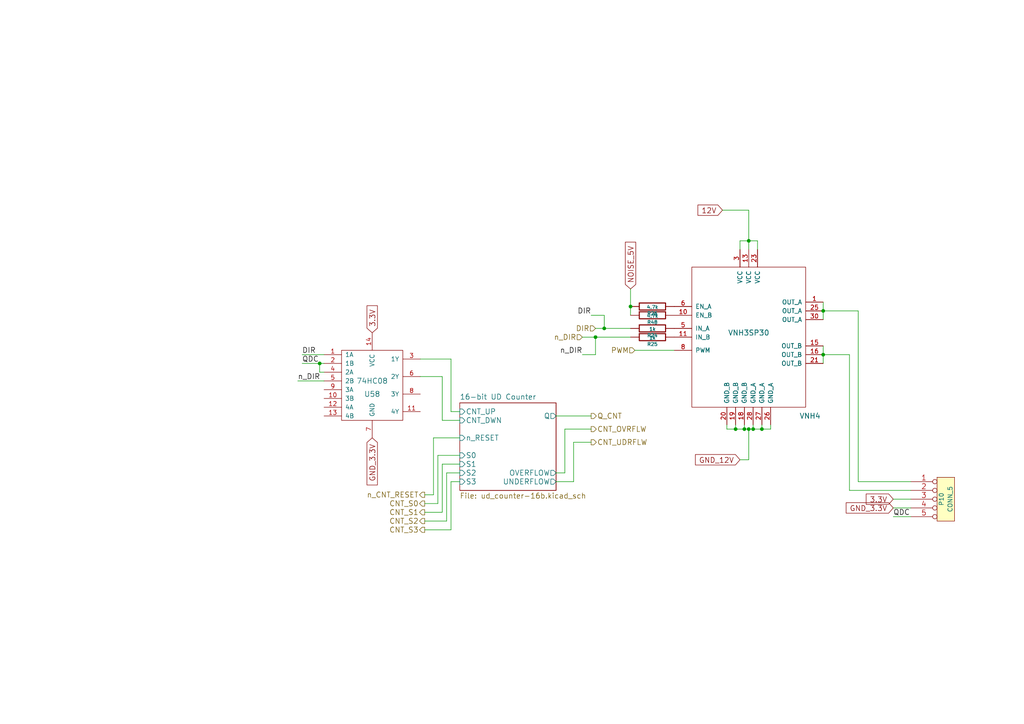
<source format=kicad_sch>
(kicad_sch (version 20230121) (generator eeschema)
  (paper "A4")
  (title_block (date "30 jan 2016"))
  (lib_symbols
    (symbol "arm_board-rescue:74HC08" (pin_names (offset 1.016))
      (property "Reference" "U" (at 0 -3.81 0))
      (property "Value" "74HC08" (at 0 0 0))
      (symbol "74HC08_0_1"
        (rectangle (start -8.89 8.89) (end 8.89 -11.43))
      )
      (symbol "74HC08_1_1"
        (pin input line (at -13.97 7.62 0) (length 5.08) (name "1A") (number "1"))
        (pin input line (at -13.97 -5.08 0) (length 5.08) (name "3B") (number "10"))
        (pin input line (at 13.97 -8.89 180) (length 5.08) (name "4Y") (number "11"))
        (pin input line (at -13.97 -7.62 0) (length 5.08) (name "4A") (number "12"))
        (pin input line (at -13.97 -10.16 0) (length 5.08) (name "4B") (number "13"))
        (pin input line (at 0 13.97 270) (length 5.08) (name "VCC") (number "14"))
        (pin input line (at -13.97 5.08 0) (length 5.08) (name "1B") (number "2"))
        (pin input line (at 13.97 6.35 180) (length 5.08) (name "1Y") (number "3"))
        (pin input line (at -13.97 2.54 0) (length 5.08) (name "2A") (number "4"))
        (pin input line (at -13.97 0 0) (length 5.08) (name "2B") (number "5"))
        (pin input line (at 13.97 1.27 180) (length 5.08) (name "2Y") (number "6"))
        (pin input line (at 0 -16.51 90) (length 5.08) (name "GND") (number "7"))
        (pin input line (at 13.97 -3.81 180) (length 5.08) (name "3Y") (number "8"))
        (pin input line (at -13.97 -2.54 0) (length 5.08) (name "3A") (number "9"))
      )
    )
    (symbol "arm_board-rescue:CONN_5" (pin_names (offset 1.016))
      (property "Reference" "P" (at -1.27 0 90))
      (property "Value" "CONN_5" (at 1.27 0 90))
      (symbol "CONN_5_0_1"
        (rectangle (start -2.54 6.35) (end 2.54 -6.35) (fill (type background)))
      )
      (symbol "CONN_5_1_1"
        (pin passive inverted (at -10.16 5.08 0) (length 7.62) (name "~") (number "1"))
        (pin passive inverted (at -10.16 2.54 0) (length 7.62) (name "~") (number "2"))
        (pin passive inverted (at -10.16 0 0) (length 7.62) (name "~") (number "3"))
        (pin passive inverted (at -10.16 -2.54 0) (length 7.62) (name "~") (number "4"))
        (pin passive inverted (at -10.16 -5.08 0) (length 7.62) (name "~") (number "5"))
      )
    )
    (symbol "arm_board-rescue:R" (pin_numbers hide) (pin_names (offset 0))
      (property "Reference" "R" (at 2.032 0 90))
      (property "Value" "R" (at 0.1778 0.0254 90))
      (symbol "R_0_1"
        (rectangle (start -1.016 3.81) (end 1.016 -3.81) (stroke (width 0.3048)))
      )
      (symbol "R_1_1"
        (pin passive line (at 0 6.35 270) (length 2.54) (name "~") (number "1"))
        (pin passive line (at 0 -6.35 90) (length 2.54) (name "~") (number "2"))
      )
    )
    (symbol "arm_board-rescue:VNH3SP30" (pin_names (offset 1.016))
      (property "Reference" "VNH" (at 17.78 -24.13 0))
      (property "Value" "VNH3SP30" (at 0 0 0))
      (symbol "VNH3SP30_0_1"
        (rectangle (start -16.51 19.05) (end 16.51 -21.59))
      )
      (symbol "VNH3SP30_1_1"
        (pin output line (at 21.59 8.89 180) (length 5.08) (name "OUT_A") (number "1"))
        (pin input line (at -21.59 5.08 0) (length 5.08) (name "EN_B") (number "10"))
        (pin input line (at -21.59 -1.27 0) (length 5.08) (name "IN_B") (number "11"))
        (pin input line (at 0 24.13 270) (length 5.08) (name "VCC") (number "13"))
        (pin output line (at 21.59 -3.81 180) (length 5.08) (name "OUT_B") (number "15"))
        (pin output line (at 21.59 -6.35 180) (length 5.08) (name "OUT_B") (number "16"))
        (pin input line (at -1.27 -26.67 90) (length 5.08) (name "GND_B") (number "18"))
        (pin input line (at -3.81 -26.67 90) (length 5.08) (name "GND_B") (number "19"))
        (pin input line (at -6.35 -26.67 90) (length 5.08) (name "GND_B") (number "20"))
        (pin output line (at 21.59 -8.89 180) (length 5.08) (name "OUT_B") (number "21"))
        (pin input line (at 2.54 24.13 270) (length 5.08) (name "VCC") (number "23"))
        (pin output line (at 21.59 6.35 180) (length 5.08) (name "OUT_A") (number "25"))
        (pin input line (at 6.35 -26.67 90) (length 5.08) (name "GND_A") (number "26"))
        (pin input line (at 3.81 -26.67 90) (length 5.08) (name "GND_A") (number "27"))
        (pin input line (at 1.27 -26.67 90) (length 5.08) (name "GND_A") (number "28"))
        (pin input line (at -2.54 24.13 270) (length 5.08) (name "VCC") (number "3"))
        (pin output line (at 21.59 3.81 180) (length 5.08) (name "OUT_A") (number "30"))
        (pin input line (at -21.59 1.27 0) (length 5.08) (name "IN_A") (number "5"))
        (pin input line (at -21.59 7.62 0) (length 5.08) (name "EN_A") (number "6"))
        (pin input line (at -21.59 -5.08 0) (length 5.08) (name "PWM") (number "8"))
      )
    )
  )
  (junction (at 220.98 124.46))
  (junction (at 92.71 105.41))
  (junction (at 217.17 69.85))
  (junction (at 172.72 97.79))
  (junction (at 215.9 124.46))
  (junction (at 213.36 124.46))
  (junction (at 238.76 90.17))
  (junction (at 175.26 95.25))
  (junction (at 217.17 124.46))
  (junction (at 218.44 124.46))
  (junction (at 182.88 88.9))
  (junction (at 238.76 102.87))
  (wire (pts (xy 264.16 144.78) (xy 259.08 144.78)))
  (wire (pts (xy 259.08 149.86) (xy 264.16 149.86)))
  (wire (pts (xy 123.19 146.05) (xy 127 146.05)))
  (wire (pts (xy 87.63 102.87) (xy 93.98 102.87)))
  (wire (pts (xy 130.81 139.7) (xy 133.35 139.7)))
  (wire (pts (xy 238.76 100.33) (xy 238.76 102.87)))
  (wire (pts (xy 219.71 69.85) (xy 219.71 72.39)))
  (wire (pts (xy 238.76 90.17) (xy 238.76 92.71)))
  (wire (pts (xy 223.52 124.46) (xy 223.52 123.19)))
  (wire (pts (xy 248.92 139.7) (xy 264.16 139.7)))
  (wire (pts (xy 218.44 124.46) (xy 220.98 124.46)))
  (wire (pts (xy 161.29 120.65) (xy 171.45 120.65)))
  (wire (pts (xy 246.38 142.24) (xy 264.16 142.24)))
  (wire (pts (xy 213.36 123.19) (xy 213.36 124.46)))
  (wire (pts (xy 121.92 104.14) (xy 130.81 104.14)))
  (wire (pts (xy 127 132.08) (xy 133.35 132.08)))
  (wire (pts (xy 130.81 153.67) (xy 130.81 139.7)))
  (wire (pts (xy 172.72 102.87) (xy 172.72 97.79)))
  (wire (pts (xy 259.08 147.32) (xy 264.16 147.32)))
  (wire (pts (xy 246.38 102.87) (xy 238.76 102.87)))
  (wire (pts (xy 92.71 107.95) (xy 93.98 107.95)))
  (wire (pts (xy 163.83 137.16) (xy 163.83 124.46)))
  (wire (pts (xy 217.17 69.85) (xy 217.17 72.39)))
  (wire (pts (xy 125.73 143.51) (xy 125.73 127)))
  (wire (pts (xy 209.55 60.96) (xy 217.17 60.96)))
  (wire (pts (xy 92.71 105.41) (xy 92.71 107.95)))
  (wire (pts (xy 92.71 105.41) (xy 93.98 105.41)))
  (wire (pts (xy 220.98 123.19) (xy 220.98 124.46)))
  (wire (pts (xy 215.9 123.19) (xy 215.9 124.46)))
  (wire (pts (xy 214.63 69.85) (xy 217.17 69.85)))
  (wire (pts (xy 161.29 139.7) (xy 166.37 139.7)))
  (wire (pts (xy 130.81 119.38) (xy 133.35 119.38)))
  (wire (pts (xy 130.81 104.14) (xy 130.81 119.38)))
  (wire (pts (xy 128.27 134.62) (xy 128.27 148.59)))
  (wire (pts (xy 214.63 72.39) (xy 214.63 69.85)))
  (wire (pts (xy 213.36 124.46) (xy 215.9 124.46)))
  (wire (pts (xy 210.82 124.46) (xy 213.36 124.46)))
  (wire (pts (xy 171.45 91.44) (xy 175.26 91.44)))
  (wire (pts (xy 166.37 139.7) (xy 166.37 128.27)))
  (wire (pts (xy 168.91 102.87) (xy 172.72 102.87)))
  (wire (pts (xy 125.73 127) (xy 133.35 127)))
  (wire (pts (xy 128.27 109.22) (xy 128.27 121.92)))
  (wire (pts (xy 182.88 97.79) (xy 172.72 97.79)))
  (wire (pts (xy 86.36 110.49) (xy 93.98 110.49)))
  (wire (pts (xy 182.88 83.82) (xy 182.88 88.9)))
  (wire (pts (xy 248.92 90.17) (xy 248.92 139.7)))
  (wire (pts (xy 172.72 95.25) (xy 175.26 95.25)))
  (wire (pts (xy 182.88 88.9) (xy 182.88 91.44)))
  (wire (pts (xy 238.76 102.87) (xy 238.76 105.41)))
  (wire (pts (xy 123.19 143.51) (xy 125.73 143.51)))
  (wire (pts (xy 215.9 124.46) (xy 217.17 124.46)))
  (wire (pts (xy 217.17 124.46) (xy 218.44 124.46)))
  (wire (pts (xy 210.82 123.19) (xy 210.82 124.46)))
  (wire (pts (xy 161.29 137.16) (xy 163.83 137.16)))
  (wire (pts (xy 133.35 137.16) (xy 129.54 137.16)))
  (wire (pts (xy 123.19 153.67) (xy 130.81 153.67)))
  (wire (pts (xy 129.54 137.16) (xy 129.54 151.13)))
  (wire (pts (xy 128.27 121.92) (xy 133.35 121.92)))
  (wire (pts (xy 127 146.05) (xy 127 132.08)))
  (wire (pts (xy 121.92 109.22) (xy 128.27 109.22)))
  (wire (pts (xy 214.63 133.35) (xy 217.17 133.35)))
  (wire (pts (xy 175.26 95.25) (xy 182.88 95.25)))
  (wire (pts (xy 129.54 151.13) (xy 123.19 151.13)))
  (wire (pts (xy 175.26 91.44) (xy 175.26 95.25)))
  (wire (pts (xy 238.76 87.63) (xy 238.76 90.17)))
  (wire (pts (xy 217.17 133.35) (xy 217.17 124.46)))
  (wire (pts (xy 128.27 148.59) (xy 123.19 148.59)))
  (wire (pts (xy 218.44 124.46) (xy 218.44 123.19)))
  (wire (pts (xy 172.72 97.79) (xy 168.91 97.79)))
  (wire (pts (xy 220.98 124.46) (xy 223.52 124.46)))
  (wire (pts (xy 238.76 90.17) (xy 248.92 90.17)))
  (wire (pts (xy 163.83 124.46) (xy 171.45 124.46)))
  (wire (pts (xy 246.38 102.87) (xy 246.38 142.24)))
  (wire (pts (xy 166.37 128.27) (xy 171.45 128.27)))
  (wire (pts (xy 133.35 134.62) (xy 128.27 134.62)))
  (wire (pts (xy 217.17 60.96) (xy 217.17 69.85)))
  (wire (pts (xy 217.17 69.85) (xy 219.71 69.85)))
  (wire (pts (xy 184.15 101.6) (xy 195.58 101.6)))
  (wire (pts (xy 87.63 105.41) (xy 92.71 105.41)))
  (label "n_DIR" (at 168.91 102.87 180) (effects (font (size 1.524 1.524))))
  (label "DIR" (at 171.45 91.44 180) (effects (font (size 1.524 1.524))))
  (label "QDC" (at 259.08 149.86 0) (effects (font (size 1.524 1.524))))
  (label "DIR" (at 87.63 102.87 0) (effects (font (size 1.524 1.524))))
  (label "QDC" (at 87.63 105.41 0) (effects (font (size 1.524 1.524))))
  (label "n_DIR" (at 86.36 110.49 0) (effects (font (size 1.524 1.524))))
  (global_label "12V" (shape input) (at 209.55 60.96 180) (effects (font (size 1.524 1.524))) (property "Intersheetrefs" "${INTERSHEET_REFS}" (effects hide)))
  (global_label "GND_12V" (shape input) (at 214.63 133.35 180) (effects (font (size 1.524 1.524))) (property "Intersheetrefs" "${INTERSHEET_REFS}" (effects hide)))
  (global_label "NOISE_5V" (shape input) (at 182.88 83.82 90) (effects (font (size 1.524 1.524))) (property "Intersheetrefs" "${INTERSHEET_REFS}" (effects hide)))
  (global_label "3.3V" (shape input) (at 107.95 96.52 90) (effects (font (size 1.524 1.524))) (property "Intersheetrefs" "${INTERSHEET_REFS}" (effects hide)))
  (global_label "GND_3.3V" (shape input) (at 107.95 127 270) (effects (font (size 1.524 1.524))) (property "Intersheetrefs" "${INTERSHEET_REFS}" (effects hide)))
  (global_label "GND_3.3V" (shape input) (at 259.08 147.32 180) (effects (font (size 1.524 1.524))) (property "Intersheetrefs" "${INTERSHEET_REFS}" (effects hide)))
  (global_label "3.3V" (shape input) (at 259.08 144.78 180) (effects (font (size 1.524 1.524))) (property "Intersheetrefs" "${INTERSHEET_REFS}" (effects hide)))
  (hierarchical_label "Q_CNT" (shape output) (at 171.45 120.65 0) (effects (font (size 1.524 1.524))))
  (hierarchical_label "CNT_S2" (shape output) (at 123.19 151.13 180) (effects (font (size 1.524 1.524))))
  (hierarchical_label "CNT_OVRFLW" (shape output) (at 171.45 124.46 0) (effects (font (size 1.524 1.524))))
  (hierarchical_label "DIR" (shape input) (at 172.72 95.25 180) (effects (font (size 1.524 1.524))))
  (hierarchical_label "CNT_S3" (shape output) (at 123.19 153.67 180) (effects (font (size 1.524 1.524))))
  (hierarchical_label "PWM" (shape input) (at 184.15 101.6 180) (effects (font (size 1.524 1.524))))
  (hierarchical_label "CNT_S1" (shape output) (at 123.19 148.59 180) (effects (font (size 1.524 1.524))))
  (hierarchical_label "n_CNT_RESET" (shape output) (at 123.19 143.51 180) (effects (font (size 1.524 1.524))))
  (hierarchical_label "CNT_UDRFLW" (shape output) (at 171.45 128.27 0) (effects (font (size 1.524 1.524))))
  (hierarchical_label "n_DIR" (shape input) (at 168.91 97.79 180) (effects (font (size 1.524 1.524))))
  (hierarchical_label "CNT_S0" (shape output) (at 123.19 146.05 180) (effects (font (size 1.524 1.524))))
  (symbol (lib_id "arm_board-rescue:VNH3SP30") (at 217.17 96.52 0) (unit 1)
    (property "Reference" "VNH4" (at 234.95 120.65 0) (effects (font (size 1.524 1.524))))
    (property "Value" "VNH3SP30" (at 217.17 96.52 0) (effects (font (size 1.524 1.524))))
    (property "Footprint" "ArmFootprints:VNH3SP30TR-E" (effects hide))
    (instances (project "arm_board" (path "" (reference "VNH4") (unit 1)) (path "" (reference "VNH6") (unit 1)) (path "" (reference "VNH3") (unit 1)) (path "" (reference "VNH7") (unit 1)) (path "" (reference "VNH5") (unit 1))))
  )
  (symbol (lib_id "arm_board-rescue:R") (at 189.23 95.25 270) (unit 1)
    (property "Reference" "R24" (at 189.23 97.282 90) (effects (font (size 1.016 1.016))))
    (property "Value" "1k" (at 189.2554 95.4278 90) (effects (font (size 1.016 1.016))))
    (property "Footprint" "Resistors_SMD:R_0805" (effects hide))
    (instances (project "arm_board" (path "" (reference "R24") (unit 1)) (path "" (reference "R30") (unit 1)) (path "" (reference "R39") (unit 1)) (path "" (reference "R33") (unit 1)) (path "" (reference "R27") (unit 1))))
  )
  (symbol (lib_id "arm_board-rescue:R") (at 189.23 97.79 270) (unit 1)
    (property "Reference" "R25" (at 189.23 99.822 90) (effects (font (size 1.016 1.016))))
    (property "Value" "1k" (at 189.2554 97.9678 90) (effects (font (size 1.016 1.016))))
    (property "Footprint" "Resistors_SMD:R_0805" (effects hide))
    (instances (project "arm_board" (path "" (reference "R25") (unit 1)) (path "" (reference "R31") (unit 1)) (path "" (reference "R40") (unit 1)) (path "" (reference "R34") (unit 1)) (path "" (reference "R28") (unit 1))))
  )
  (symbol (lib_id "arm_board-rescue:R") (at 189.23 88.9 270) (unit 1)
    (property "Reference" "R26" (at 189.23 90.932 90) (effects (font (size 1.016 1.016))))
    (property "Value" "4.7k" (at 189.2554 89.0778 90) (effects (font (size 1.016 1.016))))
    (property "Footprint" "Resistors_SMD:R_0805" (effects hide))
    (instances (project "arm_board" (path "" (reference "R26") (unit 1)) (path "" (reference "R32") (unit 1)) (path "" (reference "R23") (unit 1)) (path "" (reference "R38") (unit 1)) (path "" (reference "R29") (unit 1))))
  )
  (symbol (lib_id "arm_board-rescue:CONN_5") (at 274.32 144.78 0) (unit 1)
    (property "Reference" "P10" (at 273.05 144.78 90))
    (property "Value" "CONN_5" (at 275.59 144.78 90))
    (property "Footprint" "ArmFootprints:5-pin_640467-1" (effects hide))
    (instances (project "arm_board" (path "" (reference "P10") (unit 1)) (path "" (reference "P7") (unit 1)) (path "" (reference "P1") (unit 1)) (path "" (reference "P8") (unit 1)) (path "" (reference "P2") (unit 1))))
  )
  (symbol (lib_id "arm_board-rescue:74HC08") (at 107.95 110.49 0) (unit 1)
    (property "Reference" "U58" (at 107.95 114.3 0) (effects (font (size 1.524 1.524))))
    (property "Value" "74HC08" (at 107.95 110.49 0) (effects (font (size 1.524 1.524))))
    (property "Footprint" "ArmFootprints:SOIC-14" (effects hide))
    (instances (project "arm_board" (path "" (reference "U58") (unit 1)) (path "" (reference "U42") (unit 1)) (path "" (reference "U28") (unit 1)) (path "" (reference "U44") (unit 1)) (path "" (reference "U35") (unit 1))))
  )
  (symbol (lib_id "arm_board-rescue:R") (at 189.23 91.44 270) (unit 1)
    (property "Reference" "R48" (at 189.23 93.472 90) (effects (font (size 1.016 1.016))))
    (property "Value" "4.7k" (at 189.2554 91.6178 90) (effects (font (size 1.016 1.016))))
    (property "Footprint" "Resistors_SMD:R_0805" (effects hide))
    (instances (project "arm_board" (path "" (reference "R48") (unit 1)) (path "" (reference "R50") (unit 1)) (path "" (reference "R53") (unit 1)) (path "" (reference "R51") (unit 1)) (path "" (reference "R49") (unit 1))))
  )
  (sheet (at 133.35 116.84) (size 27.94 25.4)
    (property "Sheetname" "16-bit UD Counter" (at 133.35 116.0014 0) (effects (font (size 1.524 1.524)) (justify left bottom)))
    (property "Sheetfile" "ud_counter-16b.kicad_sch" (at 133.35 142.9262 0) (effects (font (size 1.524 1.524)) (justify left top)))
    (pin "OVERFLOW" output (at 161.29 137.16 0) (effects (font (size 1.524 1.524))))
    (pin "UNDERFLOW" output (at 161.29 139.7 0) (effects (font (size 1.524 1.524))))
    (pin "Q" output (at 161.29 120.65 0) (effects (font (size 1.524 1.524))))
    (pin "CNT_UP" input (at 133.35 119.38 180) (effects (font (size 1.524 1.524))))
    (pin "CNT_DWN" input (at 133.35 121.92 180) (effects (font (size 1.524 1.524))))
    (pin "S0" input (at 133.35 132.08 180) (effects (font (size 1.524 1.524))))
    (pin "S1" input (at 133.35 134.62 180) (effects (font (size 1.524 1.524))))
    (pin "S2" input (at 133.35 137.16 180) (effects (font (size 1.524 1.524))))
    (pin "S3" input (at 133.35 139.7 180) (effects (font (size 1.524 1.524))))
    (pin "n_RESET" input (at 133.35 127 180) (effects (font (size 1.524 1.524))))
  )
)
</source>
